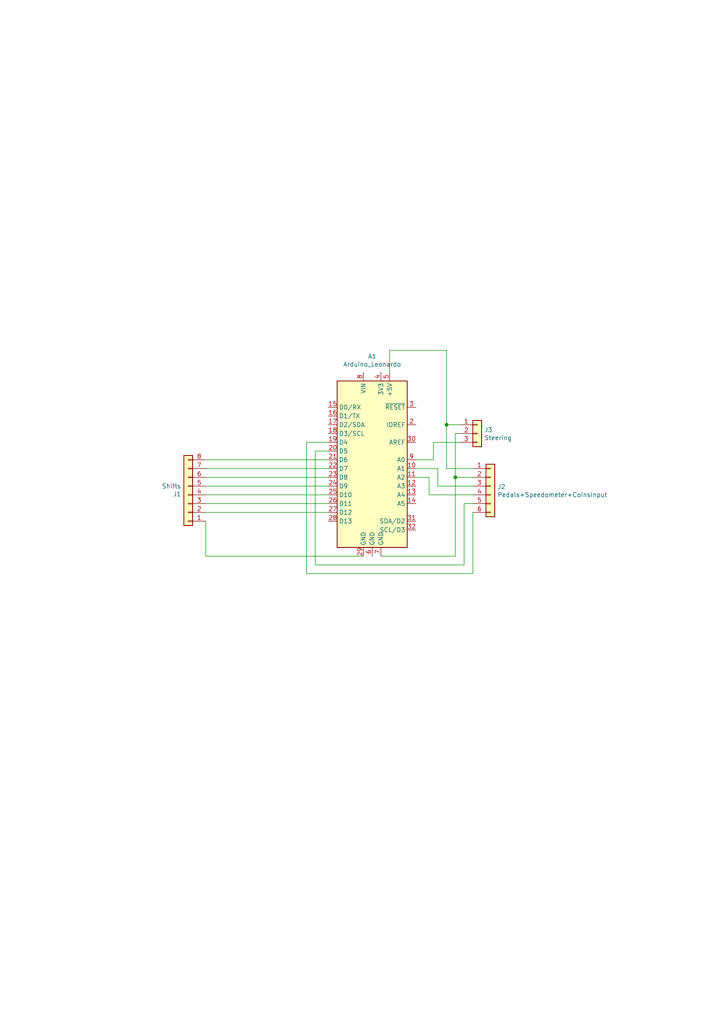
<source format=kicad_sch>
(kicad_sch (version 20230121) (generator eeschema)
  (paper "A4" portrait)
  (title_block (title "Ches Pur Ofi") (date "3/2021") (rev "V1"))
  (lib_symbols
    (symbol "Connector_Generic:Conn_01x03" (pin_names (offset 1.016) hide)
      (property "Reference" "J" (at 0 5.08 0))
      (property "Value" "Conn_01x03" (at 0 -5.08 0))
      (symbol "Conn_01x03_1_1"
        (rectangle (start -1.27 -2.413) (end 0 -2.667) (stroke (width 0.1524)))
        (rectangle (start -1.27 0.127) (end 0 -0.127) (stroke (width 0.1524)))
        (rectangle (start -1.27 2.667) (end 0 2.413) (stroke (width 0.1524)))
        (rectangle (start -1.27 3.81) (end 1.27 -3.81) (stroke (width 0.254)) (fill (type background)))
        (pin passive line (at -5.08 2.54 0) (length 3.81) (name "Pin_1") (number "1"))
        (pin passive line (at -5.08 0 0) (length 3.81) (name "Pin_2") (number "2"))
        (pin passive line (at -5.08 -2.54 0) (length 3.81) (name "Pin_3") (number "3"))
      )
    )
    (symbol "Connector_Generic:Conn_01x06" (pin_names (offset 1.016) hide)
      (property "Reference" "J" (at 0 7.62 0))
      (property "Value" "Conn_01x06" (at 0 -10.16 0))
      (symbol "Conn_01x06_1_1"
        (rectangle (start -1.27 -7.493) (end 0 -7.747) (stroke (width 0.1524)))
        (rectangle (start -1.27 -4.953) (end 0 -5.207) (stroke (width 0.1524)))
        (rectangle (start -1.27 -2.413) (end 0 -2.667) (stroke (width 0.1524)))
        (rectangle (start -1.27 0.127) (end 0 -0.127) (stroke (width 0.1524)))
        (rectangle (start -1.27 2.667) (end 0 2.413) (stroke (width 0.1524)))
        (rectangle (start -1.27 5.207) (end 0 4.953) (stroke (width 0.1524)))
        (rectangle (start -1.27 6.35) (end 1.27 -8.89) (stroke (width 0.254)) (fill (type background)))
        (pin passive line (at -5.08 5.08 0) (length 3.81) (name "Pin_1") (number "1"))
        (pin passive line (at -5.08 2.54 0) (length 3.81) (name "Pin_2") (number "2"))
        (pin passive line (at -5.08 0 0) (length 3.81) (name "Pin_3") (number "3"))
        (pin passive line (at -5.08 -2.54 0) (length 3.81) (name "Pin_4") (number "4"))
        (pin passive line (at -5.08 -5.08 0) (length 3.81) (name "Pin_5") (number "5"))
        (pin passive line (at -5.08 -7.62 0) (length 3.81) (name "Pin_6") (number "6"))
      )
    )
    (symbol "Connector_Generic:Conn_01x08" (pin_names (offset 1.016) hide)
      (property "Reference" "J" (at 0 10.16 0))
      (property "Value" "Conn_01x08" (at 0 -12.7 0))
      (symbol "Conn_01x08_1_1"
        (rectangle (start -1.27 -10.033) (end 0 -10.287) (stroke (width 0.1524)))
        (rectangle (start -1.27 -7.493) (end 0 -7.747) (stroke (width 0.1524)))
        (rectangle (start -1.27 -4.953) (end 0 -5.207) (stroke (width 0.1524)))
        (rectangle (start -1.27 -2.413) (end 0 -2.667) (stroke (width 0.1524)))
        (rectangle (start -1.27 0.127) (end 0 -0.127) (stroke (width 0.1524)))
        (rectangle (start -1.27 2.667) (end 0 2.413) (stroke (width 0.1524)))
        (rectangle (start -1.27 5.207) (end 0 4.953) (stroke (width 0.1524)))
        (rectangle (start -1.27 7.747) (end 0 7.493) (stroke (width 0.1524)))
        (rectangle (start -1.27 8.89) (end 1.27 -11.43) (stroke (width 0.254)) (fill (type background)))
        (pin passive line (at -5.08 7.62 0) (length 3.81) (name "Pin_1") (number "1"))
        (pin passive line (at -5.08 5.08 0) (length 3.81) (name "Pin_2") (number "2"))
        (pin passive line (at -5.08 2.54 0) (length 3.81) (name "Pin_3") (number "3"))
        (pin passive line (at -5.08 0 0) (length 3.81) (name "Pin_4") (number "4"))
        (pin passive line (at -5.08 -2.54 0) (length 3.81) (name "Pin_5") (number "5"))
        (pin passive line (at -5.08 -5.08 0) (length 3.81) (name "Pin_6") (number "6"))
        (pin passive line (at -5.08 -7.62 0) (length 3.81) (name "Pin_7") (number "7"))
        (pin passive line (at -5.08 -10.16 0) (length 3.81) (name "Pin_8") (number "8"))
      )
    )
    (symbol "MCU_Module:Arduino_Leonardo"
      (property "Reference" "A" (at -10.16 23.495 0))
      (property "Value" "Arduino_Leonardo" (at 5.08 -26.67 0))
      (symbol "Arduino_Leonardo_0_1"
        (rectangle (start -10.16 22.86) (end 10.16 -25.4) (stroke (width 0.254)) (fill (type background)))
      )
      (symbol "Arduino_Leonardo_1_1"
        (pin no_connect line (at -10.16 -20.32 0) (length 2.54) hide (name "NC") (number "1"))
        (pin bidirectional line (at 12.7 -2.54 180) (length 2.54) (name "A1") (number "10"))
        (pin bidirectional line (at 12.7 -5.08 180) (length 2.54) (name "A2") (number "11"))
        (pin bidirectional line (at 12.7 -7.62 180) (length 2.54) (name "A3") (number "12"))
        (pin bidirectional line (at 12.7 -10.16 180) (length 2.54) (name "A4") (number "13"))
        (pin bidirectional line (at 12.7 -12.7 180) (length 2.54) (name "A5") (number "14"))
        (pin bidirectional line (at -12.7 15.24 0) (length 2.54) (name "D0/RX") (number "15"))
        (pin bidirectional line (at -12.7 12.7 0) (length 2.54) (name "D1/TX") (number "16"))
        (pin bidirectional line (at -12.7 10.16 0) (length 2.54) (name "D2/SDA") (number "17"))
        (pin bidirectional line (at -12.7 7.62 0) (length 2.54) (name "D3/SCL") (number "18"))
        (pin bidirectional line (at -12.7 5.08 0) (length 2.54) (name "D4") (number "19"))
        (pin output line (at 12.7 10.16 180) (length 2.54) (name "IOREF") (number "2"))
        (pin bidirectional line (at -12.7 2.54 0) (length 2.54) (name "D5") (number "20"))
        (pin bidirectional line (at -12.7 0 0) (length 2.54) (name "D6") (number "21"))
        (pin bidirectional line (at -12.7 -2.54 0) (length 2.54) (name "D7") (number "22"))
        (pin bidirectional line (at -12.7 -5.08 0) (length 2.54) (name "D8") (number "23"))
        (pin bidirectional line (at -12.7 -7.62 0) (length 2.54) (name "D9") (number "24"))
        (pin bidirectional line (at -12.7 -10.16 0) (length 2.54) (name "D10") (number "25"))
        (pin bidirectional line (at -12.7 -12.7 0) (length 2.54) (name "D11") (number "26"))
        (pin bidirectional line (at -12.7 -15.24 0) (length 2.54) (name "D12") (number "27"))
        (pin bidirectional line (at -12.7 -17.78 0) (length 2.54) (name "D13") (number "28"))
        (pin power_in line (at -2.54 -27.94 90) (length 2.54) (name "GND") (number "29"))
        (pin input line (at 12.7 15.24 180) (length 2.54) (name "~{RESET}") (number "3"))
        (pin input line (at 12.7 5.08 180) (length 2.54) (name "AREF") (number "30"))
        (pin bidirectional line (at 12.7 -17.78 180) (length 2.54) (name "SDA/D2") (number "31"))
        (pin bidirectional line (at 12.7 -20.32 180) (length 2.54) (name "SCL/D3") (number "32"))
        (pin power_out line (at 2.54 25.4 270) (length 2.54) (name "3V3") (number "4"))
        (pin power_out line (at 5.08 25.4 270) (length 2.54) (name "+5V") (number "5"))
        (pin power_in line (at 0 -27.94 90) (length 2.54) (name "GND") (number "6"))
        (pin power_in line (at 2.54 -27.94 90) (length 2.54) (name "GND") (number "7"))
        (pin power_in line (at -2.54 25.4 270) (length 2.54) (name "VIN") (number "8"))
        (pin bidirectional line (at 12.7 0 180) (length 2.54) (name "A0") (number "9"))
      )
    )
  )
  (junction (at 129.54 123.19))
  (junction (at 132.08 138.43))
  (wire (pts (xy 88.9 166.37) (xy 88.9 128.27)))
  (wire (pts (xy 59.69 138.43) (xy 95.25 138.43)))
  (wire (pts (xy 88.9 128.27) (xy 95.25 128.27)))
  (wire (pts (xy 127 135.89) (xy 120.65 135.89)))
  (wire (pts (xy 59.69 161.29) (xy 105.41 161.29)))
  (wire (pts (xy 59.69 140.97) (xy 95.25 140.97)))
  (wire (pts (xy 133.35 125.73) (xy 132.08 125.73)))
  (wire (pts (xy 134.62 146.05) (xy 134.62 163.83)))
  (wire (pts (xy 137.16 148.59) (xy 137.16 166.37)))
  (wire (pts (xy 113.03 101.6) (xy 129.54 101.6)))
  (wire (pts (xy 91.44 130.81) (xy 95.25 130.81)))
  (wire (pts (xy 127 140.97) (xy 127 135.89)))
  (wire (pts (xy 129.54 135.89) (xy 137.16 135.89)))
  (wire (pts (xy 132.08 138.43) (xy 137.16 138.43)))
  (wire (pts (xy 59.69 133.35) (xy 95.25 133.35)))
  (wire (pts (xy 110.49 161.29) (xy 132.08 161.29)))
  (wire (pts (xy 132.08 125.73) (xy 132.08 138.43)))
  (wire (pts (xy 132.08 138.43) (xy 132.08 161.29)))
  (wire (pts (xy 125.73 128.27) (xy 125.73 133.35)))
  (wire (pts (xy 127 140.97) (xy 137.16 140.97)))
  (wire (pts (xy 91.44 163.83) (xy 91.44 130.81)))
  (wire (pts (xy 59.69 151.13) (xy 59.69 161.29)))
  (wire (pts (xy 124.46 138.43) (xy 120.65 138.43)))
  (wire (pts (xy 133.35 123.19) (xy 129.54 123.19)))
  (wire (pts (xy 125.73 133.35) (xy 120.65 133.35)))
  (wire (pts (xy 59.69 135.89) (xy 95.25 135.89)))
  (wire (pts (xy 59.69 146.05) (xy 95.25 146.05)))
  (wire (pts (xy 124.46 143.51) (xy 137.16 143.51)))
  (wire (pts (xy 124.46 143.51) (xy 124.46 138.43)))
  (wire (pts (xy 95.25 148.59) (xy 59.69 148.59)))
  (wire (pts (xy 137.16 146.05) (xy 134.62 146.05)))
  (wire (pts (xy 137.16 166.37) (xy 88.9 166.37)))
  (wire (pts (xy 129.54 101.6) (xy 129.54 123.19)))
  (wire (pts (xy 134.62 163.83) (xy 91.44 163.83)))
  (wire (pts (xy 113.03 101.6) (xy 113.03 107.95)))
  (wire (pts (xy 59.69 143.51) (xy 95.25 143.51)))
  (wire (pts (xy 133.35 128.27) (xy 125.73 128.27)))
  (wire (pts (xy 129.54 135.89) (xy 129.54 123.19)))
  (symbol (lib_id "Connector_Generic:Conn_01x08") (at 54.61 143.51 180) (unit 1)
    (property "Reference" "J1" (at 52.578 143.3068 0) (effects (justify left)))
    (property "Value" "Shifts" (at 52.578 140.9954 0) (effects (justify left)))
    (property "Footprint" "Connector_PinSocket_2.54mm:PinSocket_1x08_P2.54mm_Vertical" (effects hide))
  )
  (symbol (lib_id "Connector_Generic:Conn_01x06") (at 142.24 140.97 0) (unit 1)
    (property "Reference" "J2" (at 144.272 141.1732 0) (effects (justify left)))
    (property "Value" "Pedals+Speedometer+CoinsInput" (at 144.272 143.4846 0) (effects (justify left)))
    (property "Footprint" "Connector_PinSocket_2.54mm:PinSocket_1x06_P2.54mm_Vertical" (effects hide))
  )
  (symbol (lib_id "Connector_Generic:Conn_01x03") (at 138.43 125.73 0) (unit 1)
    (property "Reference" "J3" (at 140.462 124.6632 0) (effects (justify left)))
    (property "Value" "Steering" (at 140.462 126.9746 0) (effects (justify left)))
    (property "Footprint" "Connector_PinSocket_2.54mm:PinSocket_1x03_P2.54mm_Vertical" (effects hide))
  )
  (symbol (lib_id "MCU_Module:Arduino_Leonardo") (at 107.95 133.35 0) (unit 1)
    (property "Reference" "A1" (at 107.95 103.3526 0))
    (property "Value" "Arduino_Leonardo" (at 107.95 105.664 0))
    (property "Footprint" "custom_footprints:Arduino_Leonardo" (effects hide))
    (property "Datasheet" "https://www.arduino.cc/en/Main/ArduinoBoardLeonardo" (effects hide))
  )
)
</source>
